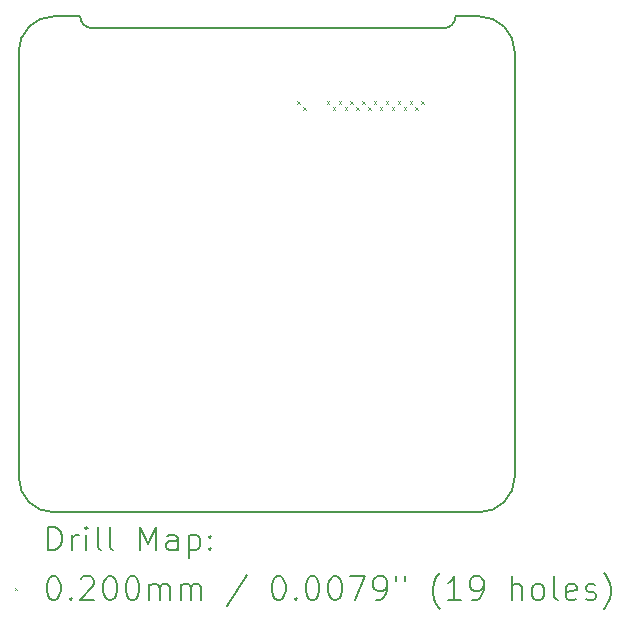
<source format=gbr>
%TF.GenerationSoftware,KiCad,Pcbnew,7.0.6*%
%TF.CreationDate,2023-09-14T09:41:23+02:00*%
%TF.ProjectId,V8,56382e6b-6963-4616-945f-706362585858,rev?*%
%TF.SameCoordinates,Original*%
%TF.FileFunction,Drillmap*%
%TF.FilePolarity,Positive*%
%FSLAX45Y45*%
G04 Gerber Fmt 4.5, Leading zero omitted, Abs format (unit mm)*
G04 Created by KiCad (PCBNEW 7.0.6) date 2023-09-14 09:41:23*
%MOMM*%
%LPD*%
G01*
G04 APERTURE LIST*
%ADD10C,0.200000*%
%ADD11C,0.020000*%
G04 APERTURE END LIST*
D10*
X13520355Y-8000000D02*
X16499645Y-8000000D01*
X12900000Y-8200000D02*
X12900000Y-11800000D01*
X16800000Y-12100000D02*
G75*
G03*
X17100000Y-11800000I0J300000D01*
G01*
X13199645Y-7900000D02*
X13420355Y-7900000D01*
X16600000Y-7900000D02*
X16800000Y-7900000D01*
X17100000Y-11800000D02*
X17100000Y-8200000D01*
X12900000Y-11800000D02*
G75*
G03*
X13200000Y-12100000I300000J0D01*
G01*
X17100000Y-8200000D02*
G75*
G03*
X16800000Y-7900000I-300000J0D01*
G01*
X13200000Y-7900000D02*
G75*
G03*
X12900000Y-8200000I0J-300000D01*
G01*
X16500000Y-8000000D02*
G75*
G03*
X16600000Y-7900000I0J100000D01*
G01*
X13200000Y-12100000D02*
X16800000Y-12100000D01*
X13420710Y-7900000D02*
G75*
G03*
X13520711Y-8000000I100000J0D01*
G01*
D11*
X15260000Y-8620000D02*
X15280000Y-8640000D01*
X15280000Y-8620000D02*
X15260000Y-8640000D01*
X15310000Y-8670000D02*
X15330000Y-8690000D01*
X15330000Y-8670000D02*
X15310000Y-8690000D01*
X15510000Y-8620000D02*
X15530000Y-8640000D01*
X15530000Y-8620000D02*
X15510000Y-8640000D01*
X15560000Y-8670000D02*
X15580000Y-8690000D01*
X15580000Y-8670000D02*
X15560000Y-8690000D01*
X15610000Y-8620000D02*
X15630000Y-8640000D01*
X15630000Y-8620000D02*
X15610000Y-8640000D01*
X15660000Y-8670000D02*
X15680000Y-8690000D01*
X15680000Y-8670000D02*
X15660000Y-8690000D01*
X15710000Y-8620000D02*
X15730000Y-8640000D01*
X15730000Y-8620000D02*
X15710000Y-8640000D01*
X15760000Y-8670000D02*
X15780000Y-8690000D01*
X15780000Y-8670000D02*
X15760000Y-8690000D01*
X15810000Y-8620000D02*
X15830000Y-8640000D01*
X15830000Y-8620000D02*
X15810000Y-8640000D01*
X15860000Y-8670000D02*
X15880000Y-8690000D01*
X15880000Y-8670000D02*
X15860000Y-8690000D01*
X15910000Y-8620000D02*
X15930000Y-8640000D01*
X15930000Y-8620000D02*
X15910000Y-8640000D01*
X15960000Y-8670000D02*
X15980000Y-8690000D01*
X15980000Y-8670000D02*
X15960000Y-8690000D01*
X16010000Y-8620000D02*
X16030000Y-8640000D01*
X16030000Y-8620000D02*
X16010000Y-8640000D01*
X16060000Y-8670000D02*
X16080000Y-8690000D01*
X16080000Y-8670000D02*
X16060000Y-8690000D01*
X16110000Y-8620000D02*
X16130000Y-8640000D01*
X16130000Y-8620000D02*
X16110000Y-8640000D01*
X16160000Y-8670000D02*
X16180000Y-8690000D01*
X16180000Y-8670000D02*
X16160000Y-8690000D01*
X16210000Y-8620000D02*
X16230000Y-8640000D01*
X16230000Y-8620000D02*
X16210000Y-8640000D01*
X16260000Y-8670000D02*
X16280000Y-8690000D01*
X16280000Y-8670000D02*
X16260000Y-8690000D01*
X16310000Y-8620000D02*
X16330000Y-8640000D01*
X16330000Y-8620000D02*
X16310000Y-8640000D01*
D10*
X13150777Y-12421484D02*
X13150777Y-12221484D01*
X13150777Y-12221484D02*
X13198396Y-12221484D01*
X13198396Y-12221484D02*
X13226967Y-12231008D01*
X13226967Y-12231008D02*
X13246015Y-12250055D01*
X13246015Y-12250055D02*
X13255539Y-12269103D01*
X13255539Y-12269103D02*
X13265062Y-12307198D01*
X13265062Y-12307198D02*
X13265062Y-12335769D01*
X13265062Y-12335769D02*
X13255539Y-12373865D01*
X13255539Y-12373865D02*
X13246015Y-12392912D01*
X13246015Y-12392912D02*
X13226967Y-12411960D01*
X13226967Y-12411960D02*
X13198396Y-12421484D01*
X13198396Y-12421484D02*
X13150777Y-12421484D01*
X13350777Y-12421484D02*
X13350777Y-12288150D01*
X13350777Y-12326246D02*
X13360301Y-12307198D01*
X13360301Y-12307198D02*
X13369824Y-12297674D01*
X13369824Y-12297674D02*
X13388872Y-12288150D01*
X13388872Y-12288150D02*
X13407920Y-12288150D01*
X13474586Y-12421484D02*
X13474586Y-12288150D01*
X13474586Y-12221484D02*
X13465062Y-12231008D01*
X13465062Y-12231008D02*
X13474586Y-12240531D01*
X13474586Y-12240531D02*
X13484110Y-12231008D01*
X13484110Y-12231008D02*
X13474586Y-12221484D01*
X13474586Y-12221484D02*
X13474586Y-12240531D01*
X13598396Y-12421484D02*
X13579348Y-12411960D01*
X13579348Y-12411960D02*
X13569824Y-12392912D01*
X13569824Y-12392912D02*
X13569824Y-12221484D01*
X13703158Y-12421484D02*
X13684110Y-12411960D01*
X13684110Y-12411960D02*
X13674586Y-12392912D01*
X13674586Y-12392912D02*
X13674586Y-12221484D01*
X13931729Y-12421484D02*
X13931729Y-12221484D01*
X13931729Y-12221484D02*
X13998396Y-12364341D01*
X13998396Y-12364341D02*
X14065062Y-12221484D01*
X14065062Y-12221484D02*
X14065062Y-12421484D01*
X14246015Y-12421484D02*
X14246015Y-12316722D01*
X14246015Y-12316722D02*
X14236491Y-12297674D01*
X14236491Y-12297674D02*
X14217443Y-12288150D01*
X14217443Y-12288150D02*
X14179348Y-12288150D01*
X14179348Y-12288150D02*
X14160301Y-12297674D01*
X14246015Y-12411960D02*
X14226967Y-12421484D01*
X14226967Y-12421484D02*
X14179348Y-12421484D01*
X14179348Y-12421484D02*
X14160301Y-12411960D01*
X14160301Y-12411960D02*
X14150777Y-12392912D01*
X14150777Y-12392912D02*
X14150777Y-12373865D01*
X14150777Y-12373865D02*
X14160301Y-12354817D01*
X14160301Y-12354817D02*
X14179348Y-12345293D01*
X14179348Y-12345293D02*
X14226967Y-12345293D01*
X14226967Y-12345293D02*
X14246015Y-12335769D01*
X14341253Y-12288150D02*
X14341253Y-12488150D01*
X14341253Y-12297674D02*
X14360301Y-12288150D01*
X14360301Y-12288150D02*
X14398396Y-12288150D01*
X14398396Y-12288150D02*
X14417443Y-12297674D01*
X14417443Y-12297674D02*
X14426967Y-12307198D01*
X14426967Y-12307198D02*
X14436491Y-12326246D01*
X14436491Y-12326246D02*
X14436491Y-12383388D01*
X14436491Y-12383388D02*
X14426967Y-12402436D01*
X14426967Y-12402436D02*
X14417443Y-12411960D01*
X14417443Y-12411960D02*
X14398396Y-12421484D01*
X14398396Y-12421484D02*
X14360301Y-12421484D01*
X14360301Y-12421484D02*
X14341253Y-12411960D01*
X14522205Y-12402436D02*
X14531729Y-12411960D01*
X14531729Y-12411960D02*
X14522205Y-12421484D01*
X14522205Y-12421484D02*
X14512682Y-12411960D01*
X14512682Y-12411960D02*
X14522205Y-12402436D01*
X14522205Y-12402436D02*
X14522205Y-12421484D01*
X14522205Y-12297674D02*
X14531729Y-12307198D01*
X14531729Y-12307198D02*
X14522205Y-12316722D01*
X14522205Y-12316722D02*
X14512682Y-12307198D01*
X14512682Y-12307198D02*
X14522205Y-12297674D01*
X14522205Y-12297674D02*
X14522205Y-12316722D01*
D11*
X12870000Y-12740000D02*
X12890000Y-12760000D01*
X12890000Y-12740000D02*
X12870000Y-12760000D01*
D10*
X13188872Y-12641484D02*
X13207920Y-12641484D01*
X13207920Y-12641484D02*
X13226967Y-12651008D01*
X13226967Y-12651008D02*
X13236491Y-12660531D01*
X13236491Y-12660531D02*
X13246015Y-12679579D01*
X13246015Y-12679579D02*
X13255539Y-12717674D01*
X13255539Y-12717674D02*
X13255539Y-12765293D01*
X13255539Y-12765293D02*
X13246015Y-12803388D01*
X13246015Y-12803388D02*
X13236491Y-12822436D01*
X13236491Y-12822436D02*
X13226967Y-12831960D01*
X13226967Y-12831960D02*
X13207920Y-12841484D01*
X13207920Y-12841484D02*
X13188872Y-12841484D01*
X13188872Y-12841484D02*
X13169824Y-12831960D01*
X13169824Y-12831960D02*
X13160301Y-12822436D01*
X13160301Y-12822436D02*
X13150777Y-12803388D01*
X13150777Y-12803388D02*
X13141253Y-12765293D01*
X13141253Y-12765293D02*
X13141253Y-12717674D01*
X13141253Y-12717674D02*
X13150777Y-12679579D01*
X13150777Y-12679579D02*
X13160301Y-12660531D01*
X13160301Y-12660531D02*
X13169824Y-12651008D01*
X13169824Y-12651008D02*
X13188872Y-12641484D01*
X13341253Y-12822436D02*
X13350777Y-12831960D01*
X13350777Y-12831960D02*
X13341253Y-12841484D01*
X13341253Y-12841484D02*
X13331729Y-12831960D01*
X13331729Y-12831960D02*
X13341253Y-12822436D01*
X13341253Y-12822436D02*
X13341253Y-12841484D01*
X13426967Y-12660531D02*
X13436491Y-12651008D01*
X13436491Y-12651008D02*
X13455539Y-12641484D01*
X13455539Y-12641484D02*
X13503158Y-12641484D01*
X13503158Y-12641484D02*
X13522205Y-12651008D01*
X13522205Y-12651008D02*
X13531729Y-12660531D01*
X13531729Y-12660531D02*
X13541253Y-12679579D01*
X13541253Y-12679579D02*
X13541253Y-12698627D01*
X13541253Y-12698627D02*
X13531729Y-12727198D01*
X13531729Y-12727198D02*
X13417443Y-12841484D01*
X13417443Y-12841484D02*
X13541253Y-12841484D01*
X13665062Y-12641484D02*
X13684110Y-12641484D01*
X13684110Y-12641484D02*
X13703158Y-12651008D01*
X13703158Y-12651008D02*
X13712682Y-12660531D01*
X13712682Y-12660531D02*
X13722205Y-12679579D01*
X13722205Y-12679579D02*
X13731729Y-12717674D01*
X13731729Y-12717674D02*
X13731729Y-12765293D01*
X13731729Y-12765293D02*
X13722205Y-12803388D01*
X13722205Y-12803388D02*
X13712682Y-12822436D01*
X13712682Y-12822436D02*
X13703158Y-12831960D01*
X13703158Y-12831960D02*
X13684110Y-12841484D01*
X13684110Y-12841484D02*
X13665062Y-12841484D01*
X13665062Y-12841484D02*
X13646015Y-12831960D01*
X13646015Y-12831960D02*
X13636491Y-12822436D01*
X13636491Y-12822436D02*
X13626967Y-12803388D01*
X13626967Y-12803388D02*
X13617443Y-12765293D01*
X13617443Y-12765293D02*
X13617443Y-12717674D01*
X13617443Y-12717674D02*
X13626967Y-12679579D01*
X13626967Y-12679579D02*
X13636491Y-12660531D01*
X13636491Y-12660531D02*
X13646015Y-12651008D01*
X13646015Y-12651008D02*
X13665062Y-12641484D01*
X13855539Y-12641484D02*
X13874586Y-12641484D01*
X13874586Y-12641484D02*
X13893634Y-12651008D01*
X13893634Y-12651008D02*
X13903158Y-12660531D01*
X13903158Y-12660531D02*
X13912682Y-12679579D01*
X13912682Y-12679579D02*
X13922205Y-12717674D01*
X13922205Y-12717674D02*
X13922205Y-12765293D01*
X13922205Y-12765293D02*
X13912682Y-12803388D01*
X13912682Y-12803388D02*
X13903158Y-12822436D01*
X13903158Y-12822436D02*
X13893634Y-12831960D01*
X13893634Y-12831960D02*
X13874586Y-12841484D01*
X13874586Y-12841484D02*
X13855539Y-12841484D01*
X13855539Y-12841484D02*
X13836491Y-12831960D01*
X13836491Y-12831960D02*
X13826967Y-12822436D01*
X13826967Y-12822436D02*
X13817443Y-12803388D01*
X13817443Y-12803388D02*
X13807920Y-12765293D01*
X13807920Y-12765293D02*
X13807920Y-12717674D01*
X13807920Y-12717674D02*
X13817443Y-12679579D01*
X13817443Y-12679579D02*
X13826967Y-12660531D01*
X13826967Y-12660531D02*
X13836491Y-12651008D01*
X13836491Y-12651008D02*
X13855539Y-12641484D01*
X14007920Y-12841484D02*
X14007920Y-12708150D01*
X14007920Y-12727198D02*
X14017443Y-12717674D01*
X14017443Y-12717674D02*
X14036491Y-12708150D01*
X14036491Y-12708150D02*
X14065063Y-12708150D01*
X14065063Y-12708150D02*
X14084110Y-12717674D01*
X14084110Y-12717674D02*
X14093634Y-12736722D01*
X14093634Y-12736722D02*
X14093634Y-12841484D01*
X14093634Y-12736722D02*
X14103158Y-12717674D01*
X14103158Y-12717674D02*
X14122205Y-12708150D01*
X14122205Y-12708150D02*
X14150777Y-12708150D01*
X14150777Y-12708150D02*
X14169824Y-12717674D01*
X14169824Y-12717674D02*
X14179348Y-12736722D01*
X14179348Y-12736722D02*
X14179348Y-12841484D01*
X14274586Y-12841484D02*
X14274586Y-12708150D01*
X14274586Y-12727198D02*
X14284110Y-12717674D01*
X14284110Y-12717674D02*
X14303158Y-12708150D01*
X14303158Y-12708150D02*
X14331729Y-12708150D01*
X14331729Y-12708150D02*
X14350777Y-12717674D01*
X14350777Y-12717674D02*
X14360301Y-12736722D01*
X14360301Y-12736722D02*
X14360301Y-12841484D01*
X14360301Y-12736722D02*
X14369824Y-12717674D01*
X14369824Y-12717674D02*
X14388872Y-12708150D01*
X14388872Y-12708150D02*
X14417443Y-12708150D01*
X14417443Y-12708150D02*
X14436491Y-12717674D01*
X14436491Y-12717674D02*
X14446015Y-12736722D01*
X14446015Y-12736722D02*
X14446015Y-12841484D01*
X14836491Y-12631960D02*
X14665063Y-12889103D01*
X15093634Y-12641484D02*
X15112682Y-12641484D01*
X15112682Y-12641484D02*
X15131729Y-12651008D01*
X15131729Y-12651008D02*
X15141253Y-12660531D01*
X15141253Y-12660531D02*
X15150777Y-12679579D01*
X15150777Y-12679579D02*
X15160301Y-12717674D01*
X15160301Y-12717674D02*
X15160301Y-12765293D01*
X15160301Y-12765293D02*
X15150777Y-12803388D01*
X15150777Y-12803388D02*
X15141253Y-12822436D01*
X15141253Y-12822436D02*
X15131729Y-12831960D01*
X15131729Y-12831960D02*
X15112682Y-12841484D01*
X15112682Y-12841484D02*
X15093634Y-12841484D01*
X15093634Y-12841484D02*
X15074586Y-12831960D01*
X15074586Y-12831960D02*
X15065063Y-12822436D01*
X15065063Y-12822436D02*
X15055539Y-12803388D01*
X15055539Y-12803388D02*
X15046015Y-12765293D01*
X15046015Y-12765293D02*
X15046015Y-12717674D01*
X15046015Y-12717674D02*
X15055539Y-12679579D01*
X15055539Y-12679579D02*
X15065063Y-12660531D01*
X15065063Y-12660531D02*
X15074586Y-12651008D01*
X15074586Y-12651008D02*
X15093634Y-12641484D01*
X15246015Y-12822436D02*
X15255539Y-12831960D01*
X15255539Y-12831960D02*
X15246015Y-12841484D01*
X15246015Y-12841484D02*
X15236491Y-12831960D01*
X15236491Y-12831960D02*
X15246015Y-12822436D01*
X15246015Y-12822436D02*
X15246015Y-12841484D01*
X15379348Y-12641484D02*
X15398396Y-12641484D01*
X15398396Y-12641484D02*
X15417444Y-12651008D01*
X15417444Y-12651008D02*
X15426967Y-12660531D01*
X15426967Y-12660531D02*
X15436491Y-12679579D01*
X15436491Y-12679579D02*
X15446015Y-12717674D01*
X15446015Y-12717674D02*
X15446015Y-12765293D01*
X15446015Y-12765293D02*
X15436491Y-12803388D01*
X15436491Y-12803388D02*
X15426967Y-12822436D01*
X15426967Y-12822436D02*
X15417444Y-12831960D01*
X15417444Y-12831960D02*
X15398396Y-12841484D01*
X15398396Y-12841484D02*
X15379348Y-12841484D01*
X15379348Y-12841484D02*
X15360301Y-12831960D01*
X15360301Y-12831960D02*
X15350777Y-12822436D01*
X15350777Y-12822436D02*
X15341253Y-12803388D01*
X15341253Y-12803388D02*
X15331729Y-12765293D01*
X15331729Y-12765293D02*
X15331729Y-12717674D01*
X15331729Y-12717674D02*
X15341253Y-12679579D01*
X15341253Y-12679579D02*
X15350777Y-12660531D01*
X15350777Y-12660531D02*
X15360301Y-12651008D01*
X15360301Y-12651008D02*
X15379348Y-12641484D01*
X15569825Y-12641484D02*
X15588872Y-12641484D01*
X15588872Y-12641484D02*
X15607920Y-12651008D01*
X15607920Y-12651008D02*
X15617444Y-12660531D01*
X15617444Y-12660531D02*
X15626967Y-12679579D01*
X15626967Y-12679579D02*
X15636491Y-12717674D01*
X15636491Y-12717674D02*
X15636491Y-12765293D01*
X15636491Y-12765293D02*
X15626967Y-12803388D01*
X15626967Y-12803388D02*
X15617444Y-12822436D01*
X15617444Y-12822436D02*
X15607920Y-12831960D01*
X15607920Y-12831960D02*
X15588872Y-12841484D01*
X15588872Y-12841484D02*
X15569825Y-12841484D01*
X15569825Y-12841484D02*
X15550777Y-12831960D01*
X15550777Y-12831960D02*
X15541253Y-12822436D01*
X15541253Y-12822436D02*
X15531729Y-12803388D01*
X15531729Y-12803388D02*
X15522206Y-12765293D01*
X15522206Y-12765293D02*
X15522206Y-12717674D01*
X15522206Y-12717674D02*
X15531729Y-12679579D01*
X15531729Y-12679579D02*
X15541253Y-12660531D01*
X15541253Y-12660531D02*
X15550777Y-12651008D01*
X15550777Y-12651008D02*
X15569825Y-12641484D01*
X15703158Y-12641484D02*
X15836491Y-12641484D01*
X15836491Y-12641484D02*
X15750777Y-12841484D01*
X15922206Y-12841484D02*
X15960301Y-12841484D01*
X15960301Y-12841484D02*
X15979348Y-12831960D01*
X15979348Y-12831960D02*
X15988872Y-12822436D01*
X15988872Y-12822436D02*
X16007920Y-12793865D01*
X16007920Y-12793865D02*
X16017444Y-12755769D01*
X16017444Y-12755769D02*
X16017444Y-12679579D01*
X16017444Y-12679579D02*
X16007920Y-12660531D01*
X16007920Y-12660531D02*
X15998396Y-12651008D01*
X15998396Y-12651008D02*
X15979348Y-12641484D01*
X15979348Y-12641484D02*
X15941253Y-12641484D01*
X15941253Y-12641484D02*
X15922206Y-12651008D01*
X15922206Y-12651008D02*
X15912682Y-12660531D01*
X15912682Y-12660531D02*
X15903158Y-12679579D01*
X15903158Y-12679579D02*
X15903158Y-12727198D01*
X15903158Y-12727198D02*
X15912682Y-12746246D01*
X15912682Y-12746246D02*
X15922206Y-12755769D01*
X15922206Y-12755769D02*
X15941253Y-12765293D01*
X15941253Y-12765293D02*
X15979348Y-12765293D01*
X15979348Y-12765293D02*
X15998396Y-12755769D01*
X15998396Y-12755769D02*
X16007920Y-12746246D01*
X16007920Y-12746246D02*
X16017444Y-12727198D01*
X16093634Y-12641484D02*
X16093634Y-12679579D01*
X16169825Y-12641484D02*
X16169825Y-12679579D01*
X16465063Y-12917674D02*
X16455539Y-12908150D01*
X16455539Y-12908150D02*
X16436491Y-12879579D01*
X16436491Y-12879579D02*
X16426968Y-12860531D01*
X16426968Y-12860531D02*
X16417444Y-12831960D01*
X16417444Y-12831960D02*
X16407920Y-12784341D01*
X16407920Y-12784341D02*
X16407920Y-12746246D01*
X16407920Y-12746246D02*
X16417444Y-12698627D01*
X16417444Y-12698627D02*
X16426968Y-12670055D01*
X16426968Y-12670055D02*
X16436491Y-12651008D01*
X16436491Y-12651008D02*
X16455539Y-12622436D01*
X16455539Y-12622436D02*
X16465063Y-12612912D01*
X16646015Y-12841484D02*
X16531729Y-12841484D01*
X16588872Y-12841484D02*
X16588872Y-12641484D01*
X16588872Y-12641484D02*
X16569825Y-12670055D01*
X16569825Y-12670055D02*
X16550777Y-12689103D01*
X16550777Y-12689103D02*
X16531729Y-12698627D01*
X16741253Y-12841484D02*
X16779349Y-12841484D01*
X16779349Y-12841484D02*
X16798396Y-12831960D01*
X16798396Y-12831960D02*
X16807920Y-12822436D01*
X16807920Y-12822436D02*
X16826968Y-12793865D01*
X16826968Y-12793865D02*
X16836491Y-12755769D01*
X16836491Y-12755769D02*
X16836491Y-12679579D01*
X16836491Y-12679579D02*
X16826968Y-12660531D01*
X16826968Y-12660531D02*
X16817444Y-12651008D01*
X16817444Y-12651008D02*
X16798396Y-12641484D01*
X16798396Y-12641484D02*
X16760301Y-12641484D01*
X16760301Y-12641484D02*
X16741253Y-12651008D01*
X16741253Y-12651008D02*
X16731729Y-12660531D01*
X16731729Y-12660531D02*
X16722206Y-12679579D01*
X16722206Y-12679579D02*
X16722206Y-12727198D01*
X16722206Y-12727198D02*
X16731729Y-12746246D01*
X16731729Y-12746246D02*
X16741253Y-12755769D01*
X16741253Y-12755769D02*
X16760301Y-12765293D01*
X16760301Y-12765293D02*
X16798396Y-12765293D01*
X16798396Y-12765293D02*
X16817444Y-12755769D01*
X16817444Y-12755769D02*
X16826968Y-12746246D01*
X16826968Y-12746246D02*
X16836491Y-12727198D01*
X17074587Y-12841484D02*
X17074587Y-12641484D01*
X17160301Y-12841484D02*
X17160301Y-12736722D01*
X17160301Y-12736722D02*
X17150777Y-12717674D01*
X17150777Y-12717674D02*
X17131730Y-12708150D01*
X17131730Y-12708150D02*
X17103158Y-12708150D01*
X17103158Y-12708150D02*
X17084111Y-12717674D01*
X17084111Y-12717674D02*
X17074587Y-12727198D01*
X17284111Y-12841484D02*
X17265063Y-12831960D01*
X17265063Y-12831960D02*
X17255539Y-12822436D01*
X17255539Y-12822436D02*
X17246015Y-12803388D01*
X17246015Y-12803388D02*
X17246015Y-12746246D01*
X17246015Y-12746246D02*
X17255539Y-12727198D01*
X17255539Y-12727198D02*
X17265063Y-12717674D01*
X17265063Y-12717674D02*
X17284111Y-12708150D01*
X17284111Y-12708150D02*
X17312682Y-12708150D01*
X17312682Y-12708150D02*
X17331730Y-12717674D01*
X17331730Y-12717674D02*
X17341253Y-12727198D01*
X17341253Y-12727198D02*
X17350777Y-12746246D01*
X17350777Y-12746246D02*
X17350777Y-12803388D01*
X17350777Y-12803388D02*
X17341253Y-12822436D01*
X17341253Y-12822436D02*
X17331730Y-12831960D01*
X17331730Y-12831960D02*
X17312682Y-12841484D01*
X17312682Y-12841484D02*
X17284111Y-12841484D01*
X17465063Y-12841484D02*
X17446015Y-12831960D01*
X17446015Y-12831960D02*
X17436492Y-12812912D01*
X17436492Y-12812912D02*
X17436492Y-12641484D01*
X17617444Y-12831960D02*
X17598396Y-12841484D01*
X17598396Y-12841484D02*
X17560301Y-12841484D01*
X17560301Y-12841484D02*
X17541253Y-12831960D01*
X17541253Y-12831960D02*
X17531730Y-12812912D01*
X17531730Y-12812912D02*
X17531730Y-12736722D01*
X17531730Y-12736722D02*
X17541253Y-12717674D01*
X17541253Y-12717674D02*
X17560301Y-12708150D01*
X17560301Y-12708150D02*
X17598396Y-12708150D01*
X17598396Y-12708150D02*
X17617444Y-12717674D01*
X17617444Y-12717674D02*
X17626968Y-12736722D01*
X17626968Y-12736722D02*
X17626968Y-12755769D01*
X17626968Y-12755769D02*
X17531730Y-12774817D01*
X17703158Y-12831960D02*
X17722206Y-12841484D01*
X17722206Y-12841484D02*
X17760301Y-12841484D01*
X17760301Y-12841484D02*
X17779349Y-12831960D01*
X17779349Y-12831960D02*
X17788873Y-12812912D01*
X17788873Y-12812912D02*
X17788873Y-12803388D01*
X17788873Y-12803388D02*
X17779349Y-12784341D01*
X17779349Y-12784341D02*
X17760301Y-12774817D01*
X17760301Y-12774817D02*
X17731730Y-12774817D01*
X17731730Y-12774817D02*
X17712682Y-12765293D01*
X17712682Y-12765293D02*
X17703158Y-12746246D01*
X17703158Y-12746246D02*
X17703158Y-12736722D01*
X17703158Y-12736722D02*
X17712682Y-12717674D01*
X17712682Y-12717674D02*
X17731730Y-12708150D01*
X17731730Y-12708150D02*
X17760301Y-12708150D01*
X17760301Y-12708150D02*
X17779349Y-12717674D01*
X17855539Y-12917674D02*
X17865063Y-12908150D01*
X17865063Y-12908150D02*
X17884111Y-12879579D01*
X17884111Y-12879579D02*
X17893634Y-12860531D01*
X17893634Y-12860531D02*
X17903158Y-12831960D01*
X17903158Y-12831960D02*
X17912682Y-12784341D01*
X17912682Y-12784341D02*
X17912682Y-12746246D01*
X17912682Y-12746246D02*
X17903158Y-12698627D01*
X17903158Y-12698627D02*
X17893634Y-12670055D01*
X17893634Y-12670055D02*
X17884111Y-12651008D01*
X17884111Y-12651008D02*
X17865063Y-12622436D01*
X17865063Y-12622436D02*
X17855539Y-12612912D01*
M02*

</source>
